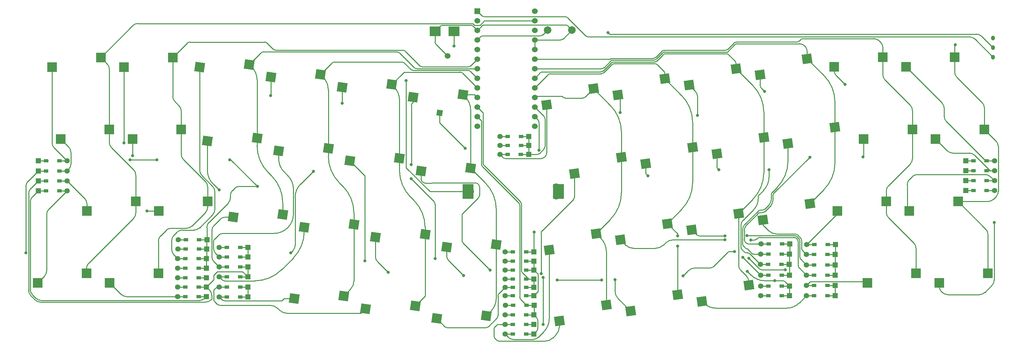
<source format=gbr>
G04 #@! TF.GenerationSoftware,KiCad,Pcbnew,7.0.1-0*
G04 #@! TF.CreationDate,2023-10-08T21:15:56+09:00*
G04 #@! TF.ProjectId,cool846ble,636f6f6c-3834-4366-926c-652e6b696361,rev?*
G04 #@! TF.SameCoordinates,Original*
G04 #@! TF.FileFunction,Copper,L2,Bot*
G04 #@! TF.FilePolarity,Positive*
%FSLAX46Y46*%
G04 Gerber Fmt 4.6, Leading zero omitted, Abs format (unit mm)*
G04 Created by KiCad (PCBNEW 7.0.1-0) date 2023-10-08 21:15:56*
%MOMM*%
%LPD*%
G01*
G04 APERTURE LIST*
G04 Aperture macros list*
%AMRotRect*
0 Rectangle, with rotation*
0 The origin of the aperture is its center*
0 $1 length*
0 $2 width*
0 $3 Rotation angle, in degrees counterclockwise*
0 Add horizontal line*
21,1,$1,$2,0,0,$3*%
G04 Aperture macros list end*
G04 #@! TA.AperFunction,ComponentPad*
%ADD10C,1.397000*%
G04 #@! TD*
G04 #@! TA.AperFunction,ComponentPad*
%ADD11R,1.397000X1.397000*%
G04 #@! TD*
G04 #@! TA.AperFunction,SMDPad,CuDef*
%ADD12R,1.300000X0.950000*%
G04 #@! TD*
G04 #@! TA.AperFunction,SMDPad,CuDef*
%ADD13RotRect,2.550000X2.500000X352.000000*%
G04 #@! TD*
G04 #@! TA.AperFunction,SMDPad,CuDef*
%ADD14RotRect,2.550000X2.500000X8.000000*%
G04 #@! TD*
G04 #@! TA.AperFunction,SMDPad,CuDef*
%ADD15R,2.550000X2.500000*%
G04 #@! TD*
G04 #@! TA.AperFunction,ComponentPad*
%ADD16C,1.524000*%
G04 #@! TD*
G04 #@! TA.AperFunction,ComponentPad*
%ADD17R,1.524000X1.524000*%
G04 #@! TD*
G04 #@! TA.AperFunction,ComponentPad*
%ADD18RotRect,1.524000X1.524000X82.000000*%
G04 #@! TD*
G04 #@! TA.AperFunction,ComponentPad*
%ADD19C,2.000000*%
G04 #@! TD*
G04 #@! TA.AperFunction,SMDPad,CuDef*
%ADD20R,3.000000X2.600000*%
G04 #@! TD*
G04 #@! TA.AperFunction,ComponentPad*
%ADD21O,1.000000X1.300000*%
G04 #@! TD*
G04 #@! TA.AperFunction,SMDPad,CuDef*
%ADD22R,3.000000X4.000000*%
G04 #@! TD*
G04 #@! TA.AperFunction,ComponentPad*
%ADD23C,1.800000*%
G04 #@! TD*
G04 #@! TA.AperFunction,ViaPad*
%ADD24C,0.800000*%
G04 #@! TD*
G04 #@! TA.AperFunction,Conductor*
%ADD25C,0.250000*%
G04 #@! TD*
G04 APERTURE END LIST*
D10*
X-348500000Y-87660000D03*
D11*
X-356120000Y-87660000D03*
D12*
X-354085000Y-87660000D03*
X-350535000Y-87660000D03*
D10*
X-348500000Y-90310000D03*
D11*
X-356120000Y-90310000D03*
D12*
X-354085000Y-90310000D03*
X-350535000Y-90310000D03*
D10*
X-348500000Y-92960000D03*
D11*
X-356120000Y-92960000D03*
D12*
X-354085000Y-92960000D03*
X-350535000Y-92960000D03*
X-104785000Y-84940000D03*
X-108335000Y-84940000D03*
D11*
X-110370000Y-84940000D03*
D10*
X-102750000Y-84940000D03*
D12*
X-104785000Y-87590000D03*
X-108335000Y-87590000D03*
D11*
X-110370000Y-87590000D03*
D10*
X-102750000Y-87590000D03*
D12*
X-104785000Y-90240000D03*
X-108335000Y-90240000D03*
D11*
X-110370000Y-90240000D03*
D10*
X-102750000Y-90240000D03*
X-348500000Y-85010000D03*
D11*
X-356120000Y-85010000D03*
D12*
X-354085000Y-85010000D03*
X-350535000Y-85010000D03*
D13*
X-260407814Y-84288631D03*
X-273562509Y-85004822D03*
X-241543208Y-86939878D03*
X-254697903Y-87656069D03*
X-243608112Y-67412460D03*
X-256762807Y-68128651D03*
D14*
X-171236670Y-60574932D03*
X-183684366Y-64889304D03*
D13*
X-281337325Y-62109965D03*
X-294492020Y-62826156D03*
X-279272421Y-81637383D03*
X-292427116Y-82353574D03*
D15*
X-320493475Y-57615733D03*
X-333420475Y-60155733D03*
D14*
X-152372063Y-57923684D03*
X-164819759Y-62238056D03*
D13*
X-300201932Y-59458717D03*
X-313356627Y-60174908D03*
D14*
X-208965883Y-65877427D03*
X-221413579Y-70191799D03*
X-190101276Y-63226180D03*
X-202548972Y-67540552D03*
D13*
X-262472719Y-64761212D03*
X-275627414Y-65477403D03*
D14*
X-201598484Y-84079222D03*
X-214046180Y-88393594D03*
X-182733877Y-81427974D03*
X-195181573Y-85742346D03*
X-163869270Y-78776727D03*
X-176316966Y-83091099D03*
X-145004664Y-76125479D03*
X-157452360Y-80439851D03*
D15*
X-124468975Y-76665734D03*
X-137395975Y-79205734D03*
D13*
X-291355972Y-99176366D03*
X-304510667Y-99892557D03*
X-272491365Y-101827614D03*
X-285646060Y-102543805D03*
X-253626759Y-104478861D03*
X-266781454Y-105195052D03*
X-234762152Y-107130109D03*
X-247916847Y-107846300D03*
D15*
X-132315000Y-57580000D03*
X-145242000Y-60120000D03*
X-318245000Y-76650000D03*
X-331172000Y-79190000D03*
D13*
X-275158012Y-120754323D03*
X-288312707Y-121470514D03*
D15*
X-131415000Y-95750000D03*
X-144342000Y-98290000D03*
X-311245000Y-95730000D03*
X-324172000Y-98270000D03*
D13*
X-256246888Y-123418321D03*
X-269401583Y-124134512D03*
D14*
X-205600451Y-123119239D03*
X-218048147Y-127433611D03*
D11*
X-157053475Y-109723734D03*
D12*
X-159088475Y-109723734D03*
X-162638475Y-109723734D03*
D10*
X-164673475Y-109723734D03*
D11*
X-224823475Y-120673734D03*
D12*
X-226858475Y-120673734D03*
X-230408475Y-120673734D03*
D10*
X-232443475Y-120673734D03*
D14*
X-151633926Y-96302973D03*
X-164081622Y-100617345D03*
D11*
X-224823475Y-128331234D03*
D12*
X-226858475Y-128331234D03*
X-230408475Y-128331234D03*
D10*
X-232443475Y-128331234D03*
D11*
X-224770000Y-113900000D03*
D12*
X-226805000Y-113900000D03*
X-230355000Y-113900000D03*
D10*
X-232390000Y-113900000D03*
D11*
X-311543475Y-120933734D03*
D12*
X-313578475Y-120933734D03*
X-317128475Y-120933734D03*
D10*
X-319163475Y-120933734D03*
D14*
X-170523926Y-98942973D03*
X-182971622Y-103257345D03*
D11*
X-311543475Y-115925734D03*
D12*
X-313578475Y-115925734D03*
X-317128475Y-115925734D03*
D10*
X-319163475Y-115925734D03*
D16*
X-224560000Y-47890000D03*
X-224560000Y-50430000D03*
X-224560000Y-52970000D03*
X-224560000Y-55510000D03*
X-224560000Y-58050000D03*
X-224560000Y-60590000D03*
X-224560000Y-63130000D03*
X-224560000Y-65670000D03*
X-224560000Y-68210000D03*
X-224560000Y-70750000D03*
X-224560000Y-73290000D03*
X-224560000Y-75830000D03*
X-239780000Y-75830000D03*
X-239780000Y-73290000D03*
X-239780000Y-70750000D03*
X-239780000Y-68210000D03*
X-239780000Y-65670000D03*
X-239780000Y-63130000D03*
X-239780000Y-60590000D03*
X-239780000Y-58050000D03*
X-239780000Y-55510000D03*
X-239780000Y-52970000D03*
X-239780000Y-50430000D03*
X-239780000Y-47890000D03*
D17*
X-239780000Y-45350000D03*
D16*
X-224560000Y-45350000D03*
D11*
X-224723475Y-123213734D03*
D12*
X-226758475Y-123213734D03*
X-230308475Y-123213734D03*
D10*
X-232343475Y-123213734D03*
D11*
X-144938475Y-109793734D03*
D12*
X-146973475Y-109793734D03*
X-150523475Y-109793734D03*
D10*
X-152558475Y-109793734D03*
D11*
X-144933475Y-112543734D03*
D12*
X-146968475Y-112543734D03*
X-150518475Y-112543734D03*
D10*
X-152553475Y-112543734D03*
D11*
X-300583475Y-121033734D03*
D12*
X-302618475Y-121033734D03*
X-306168475Y-121033734D03*
D10*
X-308203475Y-121033734D03*
D14*
X-189413926Y-101612973D03*
X-201861622Y-105927345D03*
D11*
X-224780000Y-109090000D03*
D12*
X-226815000Y-109090000D03*
X-230365000Y-109090000D03*
D10*
X-232400000Y-109090000D03*
D11*
X-157083475Y-118153734D03*
D12*
X-159118475Y-118153734D03*
X-162668475Y-118153734D03*
D10*
X-164703475Y-118153734D03*
D11*
X-300578475Y-107953734D03*
D12*
X-302613475Y-107953734D03*
X-306163475Y-107953734D03*
D10*
X-308198475Y-107953734D03*
D11*
X-144933475Y-120733734D03*
D12*
X-146968475Y-120733734D03*
X-150518475Y-120733734D03*
D10*
X-152553475Y-120733734D03*
D13*
X-298150925Y-79005056D03*
X-311305620Y-79721247D03*
D11*
X-157083475Y-120733734D03*
D12*
X-159118475Y-120733734D03*
X-162668475Y-120733734D03*
D10*
X-164703475Y-120733734D03*
D15*
X-324303475Y-114765733D03*
X-337230475Y-117305733D03*
D11*
X-311513475Y-108383734D03*
D12*
X-313548475Y-108383734D03*
X-317098475Y-108383734D03*
D10*
X-319133475Y-108383734D03*
D11*
X-224763475Y-125823734D03*
D12*
X-226798475Y-125823734D03*
X-230348475Y-125823734D03*
D10*
X-232383475Y-125823734D03*
D11*
X-224775000Y-116320000D03*
D12*
X-226810000Y-116320000D03*
X-230360000Y-116320000D03*
D10*
X-232395000Y-116320000D03*
D11*
X-300583475Y-110457734D03*
D12*
X-302618475Y-110457734D03*
X-306168475Y-110457734D03*
D10*
X-308203475Y-110457734D03*
D11*
X-300583475Y-118389734D03*
D12*
X-302618475Y-118389734D03*
X-306168475Y-118389734D03*
D10*
X-308203475Y-118389734D03*
D11*
X-226133475Y-78569734D03*
D12*
X-228168475Y-78569734D03*
X-231718475Y-78569734D03*
D10*
X-233753475Y-78569734D03*
D11*
X-157008475Y-107023734D03*
D12*
X-159043475Y-107023734D03*
X-162593475Y-107023734D03*
D10*
X-164628475Y-107023734D03*
D11*
X-311543475Y-110917734D03*
D12*
X-313578475Y-110917734D03*
X-317128475Y-110917734D03*
D10*
X-319163475Y-110917734D03*
D11*
X-144858475Y-107133734D03*
D12*
X-146893475Y-107133734D03*
X-150443475Y-107133734D03*
D10*
X-152478475Y-107133734D03*
D14*
X-186711013Y-120476238D03*
X-199158709Y-124790610D03*
D11*
X-311543475Y-113421734D03*
D12*
X-313578475Y-113421734D03*
X-317128475Y-113421734D03*
D10*
X-319163475Y-113421734D03*
D11*
X-144933475Y-118003734D03*
D12*
X-146968475Y-118003734D03*
X-150518475Y-118003734D03*
D10*
X-152553475Y-118003734D03*
D15*
X-123516475Y-114765734D03*
X-136443475Y-117305734D03*
D11*
X-226123475Y-80941067D03*
D12*
X-228158475Y-80941067D03*
X-231708475Y-80941067D03*
D10*
X-233743475Y-80941067D03*
D11*
X-224780000Y-111570000D03*
D12*
X-226815000Y-111570000D03*
X-230365000Y-111570000D03*
D10*
X-232400000Y-111570000D03*
D11*
X-224823475Y-130883734D03*
D12*
X-226858475Y-130883734D03*
X-230408475Y-130883734D03*
D10*
X-232443475Y-130883734D03*
D11*
X-311453475Y-105903734D03*
D12*
X-313488475Y-105903734D03*
X-317038475Y-105903734D03*
D10*
X-319073475Y-105903734D03*
D11*
X-311543475Y-118429734D03*
D12*
X-313578475Y-118429734D03*
X-317128475Y-118429734D03*
D10*
X-319163475Y-118429734D03*
D11*
X-157088475Y-115283734D03*
D12*
X-159123475Y-115283734D03*
X-162673475Y-115283734D03*
D10*
X-164708475Y-115283734D03*
D14*
X-208274488Y-104259972D03*
X-220722184Y-108574344D03*
D11*
X-144933475Y-115273734D03*
D12*
X-146968475Y-115273734D03*
X-150518475Y-115273734D03*
D10*
X-152553475Y-115273734D03*
D11*
X-300583475Y-115745734D03*
D12*
X-302618475Y-115745734D03*
X-306168475Y-115745734D03*
D10*
X-308203475Y-115745734D03*
D11*
X-157158475Y-112393734D03*
D12*
X-159193475Y-112393734D03*
X-162743475Y-112393734D03*
D10*
X-164778475Y-112393734D03*
D13*
X-237388012Y-126034323D03*
X-250542707Y-126750514D03*
D14*
X-167851013Y-117906238D03*
X-180298709Y-122220610D03*
D11*
X-226193475Y-83312400D03*
D12*
X-228228475Y-83312400D03*
X-231778475Y-83312400D03*
D10*
X-233813475Y-83312400D03*
D11*
X-224760000Y-118460000D03*
D12*
X-226795000Y-118460000D03*
X-230345000Y-118460000D03*
D10*
X-232380000Y-118460000D03*
D11*
X-300583475Y-113101734D03*
D12*
X-302618475Y-113101734D03*
X-306168475Y-113101734D03*
D10*
X-308203475Y-113101734D03*
D18*
X-249740000Y-72300000D03*
D16*
X-247621786Y-57228120D03*
D19*
X-221190000Y-50320000D03*
X-214690000Y-50320000D03*
D20*
X-246000000Y-50720000D03*
X-251000000Y-50720000D03*
D21*
X-103130000Y-57500000D03*
X-103130000Y-55000000D03*
X-103130000Y-52500000D03*
D22*
X-218250000Y-93140000D03*
D23*
X-218900001Y-94410000D03*
X-218900001Y-91870000D03*
X-241600000Y-93140000D03*
D22*
X-242250000Y-93140000D03*
D15*
X-343222000Y-98270000D03*
X-330295000Y-95730000D03*
X-356280475Y-117305733D03*
X-343353475Y-114765733D03*
X-117393475Y-117305734D03*
X-104466475Y-114765734D03*
D12*
X-104785000Y-92890000D03*
X-108335000Y-92890000D03*
D11*
X-110370000Y-92890000D03*
D10*
X-102750000Y-92890000D03*
D15*
X-126192000Y-60120000D03*
X-113265000Y-57580000D03*
X-352470475Y-60155733D03*
X-339543475Y-57615733D03*
X-118345975Y-79205734D03*
X-105418975Y-76665734D03*
X-125292000Y-98290000D03*
X-112365000Y-95750000D03*
X-350222000Y-79190000D03*
X-337295000Y-76650000D03*
D24*
X-324670000Y-84740000D03*
X-160950000Y-116743734D03*
X-113140000Y-54240000D03*
X-305420000Y-84700000D03*
X-224740000Y-103820000D03*
X-168240000Y-114250000D03*
X-223459089Y-82160911D03*
X-185263475Y-115463734D03*
X-158203475Y-113803734D03*
X-167833475Y-110813734D03*
X-171663475Y-109003734D03*
X-222320000Y-115835500D03*
X-222313475Y-128331234D03*
X-186730000Y-107610000D03*
X-186730000Y-104850000D03*
X-205160000Y-51010000D03*
X-246000000Y-54550000D03*
X-242960000Y-81710000D03*
X-258680000Y-63750000D03*
X-294543475Y-67723734D03*
X-283260000Y-87783734D03*
X-289230000Y-109330000D03*
X-275603475Y-69693734D03*
X-257310000Y-86010000D03*
X-257310000Y-89740000D03*
X-251000000Y-110845500D03*
X-201953475Y-72203734D03*
X-181433475Y-72943734D03*
X-163683475Y-66573734D03*
X-269590000Y-111500000D03*
X-236370000Y-113920000D03*
X-222880000Y-114870000D03*
X-169423475Y-110503734D03*
X-194533475Y-88913734D03*
X-175773475Y-87373734D03*
X-162483475Y-87333734D03*
X-151623475Y-84003734D03*
X-137593475Y-83933734D03*
X-263383475Y-114553734D03*
X-243460000Y-115360000D03*
X-167320000Y-105990000D03*
X-174173475Y-105923734D03*
X-168313475Y-104813734D03*
X-174193475Y-104843734D03*
X-308198475Y-92719802D03*
X-142343475Y-64753734D03*
X-218630000Y-116560000D03*
X-203320000Y-116510000D03*
X-206840000Y-116540000D03*
X-298073475Y-91743734D03*
X-331810000Y-84690000D03*
X-327360000Y-98289512D03*
X-331150000Y-83580000D03*
X-102800000Y-101290000D03*
X-359420000Y-109340000D03*
X-333420475Y-80230000D03*
D25*
X-358109214Y-92299214D02*
G75*
G03*
X-358695000Y-93713427I1414214J-1414213D01*
G01*
X-358694999Y-119266573D02*
G75*
G03*
X-358109212Y-120680786I1999999J0D01*
G01*
X-356960853Y-121829147D02*
G75*
G03*
X-355546640Y-122414933I1414213J1414214D01*
G01*
X-357659214Y-94499214D02*
G75*
G03*
X-358245000Y-95913427I1414214J-1414213D01*
G01*
X-356782156Y-121371448D02*
G75*
G03*
X-355367943Y-121957234I1414213J1414214D01*
G01*
X-358244999Y-119080177D02*
G75*
G03*
X-357659212Y-120494390I1999999J0D01*
G01*
X-313395402Y-121957233D02*
G75*
G03*
X-311981189Y-121371446I0J1999999D01*
G01*
X-356120000Y-92960000D02*
X-357659214Y-94499214D01*
X-358245000Y-95913427D02*
X-358245000Y-119080177D01*
X-357659213Y-120494391D02*
X-356782156Y-121371448D01*
X-355367943Y-121957234D02*
X-313395402Y-121957234D01*
X-311981188Y-121371447D02*
X-311543475Y-120933734D01*
X-311806101Y-122414932D02*
G75*
G03*
X-310391889Y-121829146I0J1999999D01*
G01*
X-310170001Y-120631636D02*
G75*
G03*
X-310755787Y-119217424I-1999999J0D01*
G01*
X-356120000Y-90310000D02*
X-358109214Y-92299214D01*
X-358695000Y-93713427D02*
X-358695000Y-119266573D01*
X-358109213Y-120680787D02*
X-356960853Y-121829147D01*
X-355546640Y-122414933D02*
X-311806101Y-122414933D01*
X-310170000Y-121607259D02*
X-310170000Y-120631636D01*
X-310391888Y-121829147D02*
X-310170000Y-121607259D01*
X-310755786Y-119217423D02*
X-311543475Y-118429734D01*
X-228090001Y-96534214D02*
G75*
G03*
X-228382894Y-95827108I-999993J3D01*
G01*
X-254982893Y-59817107D02*
G75*
G03*
X-254275786Y-60110000I707106J707106D01*
G01*
X-258815987Y-55984013D02*
G75*
G03*
X-259523094Y-55691120I-707104J-707101D01*
G01*
X-291355973Y-96060823D02*
G75*
G03*
X-294284904Y-88989755I-10000006J-2D01*
G01*
X-298150924Y-80981598D02*
G75*
G03*
X-295221993Y-88052666I10000006J2D01*
G01*
X-298150925Y-63580792D02*
G75*
G03*
X-299615391Y-60045258I-4999998J1D01*
G01*
X-296470121Y-56141121D02*
G75*
G03*
X-297177227Y-56434014I-3J-999993D01*
G01*
X-260387107Y-56434013D02*
G75*
G03*
X-261094214Y-56141120I-707104J-707101D01*
G01*
X-256527875Y-60293245D02*
G75*
G03*
X-255820768Y-60586138I707104J707101D01*
G01*
X-241580969Y-61329031D02*
G75*
G03*
X-242288076Y-61036138I-707104J-707101D01*
G01*
X-273370045Y-118966356D02*
G75*
G03*
X-272491365Y-116845035I-2121325J2121323D01*
G01*
X-272491365Y-98791446D02*
G75*
G03*
X-275420297Y-91720378I-9999996J2D01*
G01*
X-279272421Y-66245937D02*
G75*
G03*
X-280736887Y-62710403I-4999998J1D01*
G01*
X-279272420Y-83726118D02*
G75*
G03*
X-276343489Y-90797186I10000006J2D01*
G01*
X-257436755Y-60743245D02*
G75*
G03*
X-256729648Y-61036138I707104J707101D01*
G01*
X-277648036Y-58834891D02*
G75*
G03*
X-278355142Y-59127784I-3J-999993D01*
G01*
X-259052217Y-59127783D02*
G75*
G03*
X-259759324Y-58834890I-707104J-707101D01*
G01*
X-243670969Y-61779031D02*
G75*
G03*
X-244378076Y-61486138I-707106J-707106D01*
G01*
X-260407814Y-68897185D02*
G75*
G03*
X-261872280Y-65361651I-4999998J1D01*
G01*
X-260407814Y-87507259D02*
G75*
G03*
X-257478882Y-94578327I9999996J-2D01*
G01*
X-253626759Y-102572586D02*
G75*
G03*
X-256555691Y-95501518I-9999996J2D01*
G01*
X-236226618Y-124872929D02*
G75*
G03*
X-234762152Y-121337395I-3535532J3535533D01*
G01*
X-234762152Y-97863070D02*
G75*
G03*
X-237691084Y-90792002I-9999996J2D01*
G01*
X-241543208Y-71548432D02*
G75*
G03*
X-243007674Y-68012898I-4999998J1D01*
G01*
X-201598484Y-77386962D02*
G75*
G03*
X-204527416Y-70315894I-9999996J2D01*
G01*
X-204527416Y-100512900D02*
G75*
G03*
X-201598484Y-93441832I-7071075J7071070D01*
G01*
X-217177206Y-68047107D02*
G75*
G03*
X-216470099Y-68340000I707106J707106D01*
G01*
X-211842670Y-68339999D02*
G75*
G03*
X-211135564Y-68047106I3J999993D01*
G01*
X-205600451Y-109005077D02*
G75*
G03*
X-207064917Y-105469543I-4999998J1D01*
G01*
X-185662809Y-97861856D02*
G75*
G03*
X-182733877Y-90790788I-7071064J7071066D01*
G01*
X-190101277Y-61869310D02*
G75*
G03*
X-190394170Y-61162204I-999993J3D01*
G01*
X-206955461Y-61923187D02*
G75*
G03*
X-206248355Y-61630294I3J999993D01*
G01*
X-203475786Y-59271942D02*
G75*
G03*
X-204182892Y-59564835I-1J-999998D01*
G01*
X-191991538Y-59564834D02*
G75*
G03*
X-192698645Y-59271941I-707106J-707106D01*
G01*
X-182733878Y-74735715D02*
G75*
G03*
X-185662809Y-67664647I-10000006J-2D01*
G01*
X-220398974Y-61923189D02*
G75*
G03*
X-221106080Y-62216082I-1J-999998D01*
G01*
X-171236671Y-59218062D02*
G75*
G03*
X-171529564Y-58510956I-999998J1D01*
G01*
X-163869271Y-72084468D02*
G75*
G03*
X-166798202Y-65013400I-10000006J-2D01*
G01*
X-166798202Y-95217249D02*
G75*
G03*
X-163869270Y-88146181I-7071075J7071070D01*
G01*
X-192894214Y-58821940D02*
G75*
G03*
X-192187108Y-58529047I3J999993D01*
G01*
X-222455786Y-61440001D02*
G75*
G03*
X-223162892Y-61732894I-3J-999993D01*
G01*
X-207108669Y-61439999D02*
G75*
G03*
X-206401563Y-61147106I3J999993D01*
G01*
X-170523925Y-112633814D02*
G75*
G03*
X-169938139Y-114048026I1999999J0D01*
G01*
X-189864538Y-56620694D02*
G75*
G03*
X-190571644Y-56913587I-3J-999993D01*
G01*
X-173126932Y-56913586D02*
G75*
G03*
X-173834039Y-56620693I-707104J-707101D01*
G01*
X-203662182Y-58821942D02*
G75*
G03*
X-204369288Y-59114835I-1J-999998D01*
G01*
X-167851014Y-116963581D02*
G75*
G03*
X-168436801Y-115549368I-1999999J0D01*
G01*
X-152372064Y-56026364D02*
G75*
G03*
X-152957850Y-54612152I-1999999J0D01*
G01*
X-147933596Y-92602643D02*
G75*
G03*
X-145004664Y-85531575I-7071064J7071066D01*
G01*
X-153014768Y-54555232D02*
G75*
G03*
X-154428982Y-53969445I-1414214J-1414213D01*
G01*
X-203776637Y-58300001D02*
G75*
G03*
X-204483743Y-58592894I-1J-999998D01*
G01*
X-190050934Y-56170694D02*
G75*
G03*
X-190758040Y-56463587I-1J-999998D01*
G01*
X-193008669Y-58299999D02*
G75*
G03*
X-192301563Y-58007106I1J999998D01*
G01*
X-170914538Y-53969446D02*
G75*
G03*
X-171621644Y-54262339I-3J-999993D01*
G01*
X-206895065Y-60589999D02*
G75*
G03*
X-206187959Y-60297106I1J999998D01*
G01*
X-145004664Y-69433219D02*
G75*
G03*
X-147933596Y-62362151I-9999996J2D01*
G01*
X-223167214Y-51882999D02*
G75*
G03*
X-222460108Y-51590106I1J999998D01*
G01*
X-238278786Y-51883001D02*
G75*
G03*
X-238985892Y-52175894I-1J-999998D01*
G01*
X-237930786Y-48995001D02*
G75*
G03*
X-238637892Y-49287894I-3J-999993D01*
G01*
X-215722107Y-49287893D02*
G75*
G03*
X-216429214Y-48995000I-707104J-707101D01*
G01*
X-250999999Y-53435692D02*
G75*
G03*
X-250707106Y-54142798I999998J-1D01*
G01*
X-217754214Y-52969999D02*
G75*
G03*
X-217047108Y-52677106I1J999998D01*
G01*
X-240822107Y-49387893D02*
G75*
G03*
X-241529214Y-49095000I-707104J-707101D01*
G01*
X-248960786Y-49095001D02*
G75*
G03*
X-249667892Y-49387894I-3J-999993D01*
G01*
X-286599009Y-91122743D02*
G75*
G03*
X-288063475Y-94658277I3535532J-3535533D01*
G01*
X-288649261Y-108749261D02*
G75*
G03*
X-288063475Y-107335048I-1414214J1414213D01*
G01*
X-251000001Y-96464214D02*
G75*
G03*
X-251292894Y-95757108I-999998J1D01*
G01*
X-256970582Y-69680841D02*
G75*
G03*
X-257263475Y-70387948I707101J-707104D01*
G01*
X-233048768Y-84077107D02*
G75*
G03*
X-232341661Y-84370000I707104J707101D01*
G01*
X-221706472Y-83676472D02*
G75*
G03*
X-221413579Y-82969365I-707101J707104D01*
G01*
X-222814214Y-84369999D02*
G75*
G03*
X-222107108Y-84077106I1J999998D01*
G01*
X-315995923Y-53532396D02*
G75*
G03*
X-316703029Y-53825289I-3J-999993D01*
G01*
X-295455832Y-53825288D02*
G75*
G03*
X-296162939Y-53532395I-707104J-707101D01*
G01*
X-235353474Y-131369520D02*
G75*
G03*
X-235060581Y-132076626I999998J-1D01*
G01*
X-234666368Y-132470841D02*
G75*
G03*
X-233959261Y-132763734I707106J707106D01*
G01*
X-221876375Y-132763734D02*
G75*
G03*
X-219755054Y-131885054I-2J3000005D01*
G01*
X-235060582Y-128920841D02*
G75*
G03*
X-235353475Y-129627948I707106J-707106D01*
G01*
X-218926826Y-131056826D02*
G75*
G03*
X-218048147Y-128935506I-2121319J2121319D01*
G01*
X-234056761Y-128331235D02*
G75*
G03*
X-234763867Y-128624128I-3J-999993D01*
G01*
X-234019259Y-120099259D02*
G75*
G03*
X-234312152Y-120806366I707101J-707104D01*
G01*
X-234605045Y-126665045D02*
G75*
G03*
X-234312152Y-125957938I-707101J707104D01*
G01*
X-248386114Y-128907107D02*
G75*
G03*
X-247679007Y-129200000I707104J707101D01*
G01*
X-237554214Y-129199999D02*
G75*
G03*
X-236847108Y-128907106I3J999993D01*
G01*
X-203320000Y-119386678D02*
G75*
G03*
X-202441320Y-121507999I3000005J2D01*
G01*
X-181433476Y-67968622D02*
G75*
G03*
X-182019263Y-66554409I-1999999J0D01*
G01*
X-164819758Y-65023236D02*
G75*
G03*
X-164526865Y-65730342I999993J-3D01*
G01*
X-309683474Y-108149307D02*
G75*
G03*
X-309097688Y-109563519I1999999J0D01*
G01*
X-307055048Y-104203735D02*
G75*
G03*
X-308469260Y-104789521I0J-1999999D01*
G01*
X-293614543Y-104203734D02*
G75*
G03*
X-290079009Y-102739268I1J4999998D01*
G01*
X-288513475Y-92474802D02*
G75*
G03*
X-289977941Y-88939268I-4999998J1D01*
G01*
X-292427116Y-84419025D02*
G75*
G03*
X-290962650Y-87954559I4999998J-1D01*
G01*
X-309390582Y-105710841D02*
G75*
G03*
X-309683475Y-106417948I707101J-707104D01*
G01*
X-289977941Y-102638200D02*
G75*
G03*
X-288513475Y-99102666I-3535532J3535533D01*
G01*
X-239492893Y-94793251D02*
G75*
G03*
X-239200000Y-94086144I-707106J707106D01*
G01*
X-239200001Y-91924214D02*
G75*
G03*
X-239492894Y-91217108I-999993J3D01*
G01*
X-254276368Y-90580841D02*
G75*
G03*
X-253569261Y-90873734I707104J707101D01*
G01*
X-243849701Y-106026084D02*
G75*
G03*
X-243556808Y-106733190I999993J-3D01*
G01*
X-254697902Y-89745092D02*
G75*
G03*
X-254405009Y-90452198I999993J-3D01*
G01*
X-243556809Y-98857166D02*
G75*
G03*
X-243849702Y-99564273I707106J-707106D01*
G01*
X-239602107Y-91107893D02*
G75*
G03*
X-240309214Y-90815000I-707104J-707101D01*
G01*
X-222587107Y-103476407D02*
G75*
G03*
X-222880000Y-104183514I707101J-707104D01*
G01*
X-214339073Y-95228373D02*
G75*
G03*
X-214046180Y-94521266I-707101J707104D01*
G01*
X-165066144Y-93930564D02*
G75*
G03*
X-165359037Y-94637671I707106J-707106D01*
G01*
X-176316965Y-86416029D02*
G75*
G03*
X-176024072Y-87123135I999998J-1D01*
G01*
X-167535582Y-109636627D02*
G75*
G03*
X-168242689Y-109343734I-707106J-707106D01*
G01*
X-166530610Y-97906224D02*
G75*
G03*
X-165359037Y-95077797I-2828426J2828427D01*
G01*
X-169106368Y-109050841D02*
G75*
G03*
X-168399261Y-109343734I707106J707106D01*
G01*
X-169938474Y-107804520D02*
G75*
G03*
X-169645581Y-108511626I999998J-1D01*
G01*
X-163947941Y-92812361D02*
G75*
G03*
X-162483475Y-89276827I-3535532J3535533D01*
G01*
X-169352688Y-100728302D02*
G75*
G03*
X-169938475Y-102142516I1414213J-1414214D01*
G01*
X-164683011Y-98039985D02*
G75*
G03*
X-165390117Y-98332878I-3J-999993D01*
G01*
X-168902689Y-101845450D02*
G75*
G03*
X-169488475Y-103259663I1414214J-1414213D01*
G01*
X-166958526Y-109577287D02*
G75*
G03*
X-166604972Y-109723734I353553J353550D01*
G01*
X-168669922Y-108137287D02*
G75*
G03*
X-168316368Y-108283734I353553J353550D01*
G01*
X-162464261Y-96628124D02*
G75*
G03*
X-161878475Y-95213911I-1414214J1414213D01*
G01*
X-169488474Y-106904520D02*
G75*
G03*
X-169195581Y-107611626I999998J-1D01*
G01*
X-164290335Y-98039983D02*
G75*
G03*
X-163583229Y-97747090I3J999993D01*
G01*
X-160381292Y-92085687D02*
G75*
G03*
X-157452360Y-85014619I-7071064J7071066D01*
G01*
X-161585582Y-93289977D02*
G75*
G03*
X-161878475Y-93997084I707101J-707104D01*
G01*
X-162014261Y-96814520D02*
G75*
G03*
X-161428475Y-95400307I-1414214J1414213D01*
G01*
X-164709813Y-98703183D02*
G75*
G03*
X-165416919Y-98996076I-1J-999998D01*
G01*
X-168541673Y-106730841D02*
G75*
G03*
X-167834566Y-107023734I707106J707106D01*
G01*
X-164317137Y-98703181D02*
G75*
G03*
X-163610031Y-98410288I1J999998D01*
G01*
X-168452689Y-102031845D02*
G75*
G03*
X-169038475Y-103446058I1414214J-1414213D01*
G01*
X-169038474Y-105819825D02*
G75*
G03*
X-168745581Y-106526931I999998J-1D01*
G01*
X-161135582Y-93476373D02*
G75*
G03*
X-161428475Y-94183480I707101J-707104D01*
G01*
X-306533871Y-99892558D02*
G75*
G03*
X-307948083Y-100478344I0J-1999999D01*
G01*
X-309547688Y-102077947D02*
G75*
G03*
X-310133475Y-103492161I1414213J-1414214D01*
G01*
X-310133474Y-110343307D02*
G75*
G03*
X-309547688Y-111757519I1999999J0D01*
G01*
X-288574992Y-110755251D02*
G75*
G03*
X-285646060Y-103684183I-7071064J7071066D01*
G01*
X-298731111Y-116769234D02*
G75*
G03*
X-291660043Y-113840302I2J9999996D01*
G01*
X-307472868Y-116476341D02*
G75*
G03*
X-306765761Y-116769234I707104J707101D01*
G01*
X-266781453Y-110327328D02*
G75*
G03*
X-266195667Y-111741540I1999999J0D01*
G01*
X-247916846Y-110074726D02*
G75*
G03*
X-247331059Y-111488939I1999999J0D01*
G01*
X-222186650Y-130293909D02*
G75*
G03*
X-220722184Y-126758375I-3535532J3535533D01*
G01*
X-231599262Y-131727947D02*
G75*
G03*
X-230185048Y-132313734I1414214J1414213D01*
G01*
X-225034902Y-132313733D02*
G75*
G03*
X-223620690Y-131727947I0J1999999D01*
G01*
X-187860834Y-105923735D02*
G75*
G03*
X-189982154Y-106802415I-3J-2999993D01*
G01*
X-200503913Y-107285054D02*
G75*
G03*
X-198382592Y-108163734I2121323J2121325D01*
G01*
X-154763474Y-112649520D02*
G75*
G03*
X-154470581Y-113356626I999998J-1D01*
G01*
X-154763476Y-106420740D02*
G75*
G03*
X-155056369Y-105713634I-999998J1D01*
G01*
X-155213374Y-105556627D02*
G75*
G03*
X-155920481Y-105263734I-707106J-707106D01*
G01*
X-192586116Y-108163734D02*
G75*
G03*
X-190464796Y-107285055I1J2999998D01*
G01*
X-164875786Y-105263735D02*
G75*
G03*
X-165582892Y-105556628I-3J-999993D01*
G01*
X-166430480Y-105989999D02*
G75*
G03*
X-165723374Y-105697106I1J999998D01*
G01*
X-154313474Y-110369520D02*
G75*
G03*
X-154020581Y-111076626I999998J-1D01*
G01*
X-181678126Y-104550841D02*
G75*
G03*
X-180971019Y-104843734I707104J707101D01*
G01*
X-154313476Y-106234344D02*
G75*
G03*
X-154606369Y-105527238I-999993J3D01*
G01*
X-155026978Y-105106627D02*
G75*
G03*
X-155734085Y-104813734I-707104J-707101D01*
G01*
X-154840582Y-104656627D02*
G75*
G03*
X-155547689Y-104363734I-707106J-707106D01*
G01*
X-153863476Y-106047948D02*
G75*
G03*
X-154156369Y-105340842I-999998J1D01*
G01*
X-153863474Y-108074520D02*
G75*
G03*
X-153570581Y-108781626I999998J-1D01*
G01*
X-162592154Y-103485055D02*
G75*
G03*
X-160470834Y-104363734I2121319J2121319D01*
G01*
X-311305620Y-87541589D02*
G75*
G03*
X-309841154Y-91077123I4999998J-1D01*
G01*
X-179957436Y-122561883D02*
G75*
G03*
X-176421902Y-124026349I3535533J3535532D01*
G01*
X-157917158Y-124026349D02*
G75*
G03*
X-154381624Y-122561883I1J4999998D01*
G01*
X-145241999Y-61026782D02*
G75*
G03*
X-144656212Y-62440995I1999999J0D01*
G01*
X-307472868Y-121764341D02*
G75*
G03*
X-306765761Y-122057234I707106J707106D01*
G01*
X-309653474Y-121569520D02*
G75*
G03*
X-309360581Y-122276626I999993J-3D01*
G01*
X-292252413Y-124501321D02*
G75*
G03*
X-290131093Y-125380000I2121319J2121319D01*
G01*
X-309360582Y-118920841D02*
G75*
G03*
X-309653475Y-119627948I707106J-707106D01*
G01*
X-292621320Y-124132414D02*
G75*
G03*
X-294742641Y-123253734I-2121323J-2121325D01*
G01*
X-308676368Y-122960841D02*
G75*
G03*
X-307969261Y-123253734I707106J707106D01*
G01*
X-293882893Y-55398227D02*
G75*
G03*
X-293175786Y-55691120I707104J707101D01*
G01*
X-242254214Y-60109999D02*
G75*
G03*
X-241547108Y-59817106I1J999998D01*
G01*
X-320493474Y-67898098D02*
G75*
G03*
X-319907687Y-69312311I1999999J0D01*
G01*
X-311245001Y-91873427D02*
G75*
G03*
X-311830787Y-90459215I-1999999J0D01*
G01*
X-318244999Y-83216573D02*
G75*
G03*
X-317659212Y-84630786I1999999J0D01*
G01*
X-318245001Y-71803427D02*
G75*
G03*
X-318830787Y-70389215I-1999999J0D01*
G01*
X-228089999Y-113975786D02*
G75*
G03*
X-227797106Y-114682892I999998J-1D01*
G01*
X-238242999Y-85552786D02*
G75*
G03*
X-237950106Y-86259892I999993J-3D01*
G01*
X-223440001Y-74824214D02*
G75*
G03*
X-223732894Y-74117108I-999993J3D01*
G01*
X-223799976Y-127201448D02*
G75*
G03*
X-224092869Y-126494342I-999998J1D01*
G01*
X-228539999Y-121017995D02*
G75*
G03*
X-228247106Y-121725101I999993J-3D01*
G01*
X-224092868Y-130153127D02*
G75*
G03*
X-223799975Y-129446020I-707106J707106D01*
G01*
X-238692999Y-85762786D02*
G75*
G03*
X-238400106Y-86469892I999993J-3D01*
G01*
X-172779261Y-109003735D02*
G75*
G03*
X-173486367Y-109296628I-1J-999998D01*
G01*
X-228540001Y-96744214D02*
G75*
G03*
X-228832894Y-96037108I-999993J3D01*
G01*
X-177937689Y-113333733D02*
G75*
G03*
X-177230583Y-113040840I1J999998D01*
G01*
X-181890834Y-113333734D02*
G75*
G03*
X-184012154Y-114212413I-1J-2999998D01*
G01*
X-165136368Y-113510841D02*
G75*
G03*
X-164429261Y-113803734I707106J707106D01*
G01*
X-310867688Y-101229580D02*
G75*
G03*
X-311453475Y-102643794I1414213J-1414214D01*
G01*
X-302755307Y-91743735D02*
G75*
G03*
X-304169519Y-92329521I0J-1999999D01*
G01*
X-304654213Y-92814213D02*
G75*
G03*
X-305240000Y-94228427I1414213J-1414214D01*
G01*
X-305825786Y-96215786D02*
G75*
G03*
X-305240000Y-94801573I-1414214J1414213D01*
G01*
X-222156472Y-81882893D02*
G75*
G03*
X-221863579Y-81175786I-707101J707104D01*
G01*
X-167190732Y-115279268D02*
G75*
G03*
X-163655198Y-116743734I3535533J3535532D01*
G01*
X-224000193Y-83312399D02*
G75*
G03*
X-223293087Y-83019506I1J999998D01*
G01*
X-221863580Y-73860635D02*
G75*
G03*
X-222156473Y-73153529I-999993J3D01*
G01*
X-158200582Y-117036627D02*
G75*
G03*
X-158907689Y-116743734I-707104J-707101D01*
G01*
X-311830787Y-98670787D02*
G75*
G03*
X-311245000Y-97256573I-1414213J1414214D01*
G01*
X-316818427Y-102829999D02*
G75*
G03*
X-315404215Y-102244213I0J1999999D01*
G01*
X-116049999Y-73180750D02*
G75*
G03*
X-115464213Y-74594962I1999999J0D01*
G01*
X-116050001Y-71090427D02*
G75*
G03*
X-116635788Y-69676214I-1999999J0D01*
G01*
X-342767688Y-112102642D02*
G75*
G03*
X-343353475Y-113516856I1414213J-1414214D01*
G01*
X-330880786Y-100215740D02*
G75*
G03*
X-330295000Y-98801527I-1414214J1414213D01*
G01*
X-334188261Y-120347947D02*
G75*
G03*
X-332774047Y-120933734I1414214J1414213D01*
G01*
X-320769999Y-108482782D02*
G75*
G03*
X-320184213Y-109896994I1999999J0D01*
G01*
X-309935786Y-99285786D02*
G75*
G03*
X-309350000Y-97871573I-1414214J1414213D01*
G01*
X-314788427Y-103309999D02*
G75*
G03*
X-313374214Y-102724212I0J1999999D01*
G01*
X-320184213Y-104694213D02*
G75*
G03*
X-320770000Y-106108427I1414213J-1414214D01*
G01*
X-313356626Y-87468550D02*
G75*
G03*
X-312770840Y-88882762I1999999J0D01*
G01*
X-115207495Y-82344214D02*
G75*
G03*
X-113793282Y-82930000I1414213J1414214D01*
G01*
X-317971573Y-103310001D02*
G75*
G03*
X-319385785Y-103895787I0J-1999999D01*
G01*
X-309350001Y-93132031D02*
G75*
G03*
X-309935788Y-91717818I-1999999J0D01*
G01*
X-107984213Y-83515787D02*
G75*
G03*
X-109398427Y-82930000I-1414214J-1414213D01*
G01*
X-343222001Y-96416427D02*
G75*
G03*
X-343807787Y-95002215I-1999999J0D01*
G01*
X-337295001Y-60692635D02*
G75*
G03*
X-337880788Y-59278422I-1999999J0D01*
G01*
X-337294999Y-80096573D02*
G75*
G03*
X-336709212Y-81510786I1999999J0D01*
G01*
X-354505786Y-115531044D02*
G75*
G03*
X-353920000Y-114116831I-1414214J1414213D01*
G01*
X-330295001Y-88753427D02*
G75*
G03*
X-330880787Y-87339215I-1999999J0D01*
G01*
X-353334213Y-97794213D02*
G75*
G03*
X-353920000Y-99208427I1414213J-1414214D01*
G01*
X-347476501Y-82763927D02*
G75*
G03*
X-348062288Y-81349714I-1999999J0D01*
G01*
X-352470474Y-80211098D02*
G75*
G03*
X-351884688Y-81625310I1999999J0D01*
G01*
X-348062286Y-87222286D02*
G75*
G03*
X-347476500Y-85808073I-1414214J1414213D01*
G01*
X-238619893Y-46510107D02*
G75*
G03*
X-237912786Y-46803000I707104J707101D01*
G01*
X-211047893Y-51872107D02*
G75*
G03*
X-210340786Y-52165000I707106J707106D01*
G01*
X-106124213Y-52005787D02*
G75*
G03*
X-107538427Y-51420000I-1414214J-1414213D01*
G01*
X-215824107Y-47095893D02*
G75*
G03*
X-216531214Y-46803000I-707104J-707101D01*
G01*
X-107879213Y-52750787D02*
G75*
G03*
X-109293427Y-52165000I-1414214J-1414213D01*
G01*
X-323717689Y-104847689D02*
G75*
G03*
X-324303475Y-106261902I1414214J-1414213D01*
G01*
X-320871573Y-102830001D02*
G75*
G03*
X-322285786Y-103415788I0J-1999999D01*
G01*
X-153422955Y-52615001D02*
G75*
G03*
X-154130061Y-52907894I-3J-999993D01*
G01*
X-193195065Y-57849999D02*
G75*
G03*
X-192487959Y-57557106I1J999998D01*
G01*
X-171100934Y-53519446D02*
G75*
G03*
X-171808040Y-53812339I-3J-999993D01*
G01*
X-329709315Y-48610001D02*
G75*
G03*
X-331123528Y-49195788I0J-1999999D01*
G01*
X-174130610Y-55720692D02*
G75*
G03*
X-173423504Y-55427799I1J999998D01*
G01*
X-155155828Y-53519444D02*
G75*
G03*
X-154448722Y-53226551I3J999993D01*
G01*
X-190237330Y-55720694D02*
G75*
G03*
X-190944436Y-56013587I-1J-999998D01*
G01*
X-123516476Y-108168427D02*
G75*
G03*
X-124102262Y-106754215I-1999999J0D01*
G01*
X-133289214Y-53200786D02*
G75*
G03*
X-134703427Y-52615000I-1414213J-1414214D01*
G01*
X-124468976Y-71668427D02*
G75*
G03*
X-125054762Y-70254215I-1999999J0D01*
G01*
X-131414999Y-98613048D02*
G75*
G03*
X-130829212Y-100027261I1999999J0D01*
G01*
X-130829214Y-91589214D02*
G75*
G03*
X-131415000Y-93003427I1414214J-1414213D01*
G01*
X-132315001Y-55003427D02*
G75*
G03*
X-132900788Y-53589214I-1999999J0D01*
G01*
X-117393474Y-118178098D02*
G75*
G03*
X-116807688Y-119592310I1999999J0D01*
G01*
X-106688427Y-120419999D02*
G75*
G03*
X-105274215Y-119834213I0J1999999D01*
G01*
X-125054762Y-85814762D02*
G75*
G03*
X-124468975Y-84400548I-1414213J1414214D01*
G01*
X-132314999Y-62165548D02*
G75*
G03*
X-131729212Y-63579761I1999999J0D01*
G01*
X-116565787Y-119834213D02*
G75*
G03*
X-115151573Y-120420000I1414214J1414213D01*
G01*
X-103385787Y-117945787D02*
G75*
G03*
X-102800000Y-116531573I-1414213J1414214D01*
G01*
X-101726501Y-81186636D02*
G75*
G03*
X-102312288Y-79772423I-1999999J0D01*
G01*
X-104466476Y-104476952D02*
G75*
G03*
X-105052263Y-103062739I-1999999J0D01*
G01*
X-102312286Y-94492286D02*
G75*
G03*
X-101726500Y-93078073I-1414214J1414213D01*
G01*
X-113264999Y-61446573D02*
G75*
G03*
X-112679212Y-62860786I1999999J0D01*
G01*
X-104398427Y-95749999D02*
G75*
G03*
X-102984214Y-95164212I0J1999999D01*
G01*
X-105418976Y-70949452D02*
G75*
G03*
X-106004762Y-69535240I-1999999J0D01*
G01*
X-103790714Y-89199286D02*
G75*
G03*
X-105204927Y-88613500I-1414213J-1414214D01*
G01*
X-125269214Y-89919214D02*
G75*
G03*
X-125855000Y-91333427I1414214J-1414213D01*
G01*
X-123135073Y-88613501D02*
G75*
G03*
X-124549286Y-89199288I0J-1999999D01*
G01*
X-358834214Y-90374214D02*
G75*
G03*
X-359420000Y-91788427I1414214J-1414213D01*
G01*
X-116635787Y-69676213D02*
X-126192000Y-60120000D01*
X-102750000Y-84940000D02*
X-105119177Y-84940000D01*
X-116050000Y-73180750D02*
X-116050000Y-71090427D01*
X-105119177Y-84940000D02*
X-115464214Y-74594963D01*
X-356120000Y-85010000D02*
X-353520000Y-85010000D01*
X-105204927Y-88613500D02*
X-123135073Y-88613500D01*
X-124549287Y-89199287D02*
X-125269214Y-89919214D01*
X-125855000Y-91333427D02*
X-125855000Y-97727000D01*
X-359420000Y-91788427D02*
X-359420000Y-109340000D01*
X-102750000Y-90240000D02*
X-103790714Y-89199286D01*
X-356120000Y-87660000D02*
X-358834214Y-90374214D01*
X-125855000Y-97727000D02*
X-125292000Y-98290000D01*
X-124468975Y-76665734D02*
X-124468975Y-84400548D01*
X-130829213Y-100027262D02*
X-124102261Y-106754214D01*
X-123516475Y-108168427D02*
X-123516475Y-114765734D01*
X-131415000Y-93003427D02*
X-131415000Y-95750000D01*
X-131415000Y-95750000D02*
X-131415000Y-98613048D01*
X-125054762Y-85814762D02*
X-130829214Y-91589214D01*
X-113793282Y-82930000D02*
X-109398427Y-82930000D01*
X-118345975Y-79205734D02*
X-115207495Y-82344214D01*
X-103910000Y-87590000D02*
X-102750000Y-87590000D01*
X-107984213Y-83515787D02*
X-103910000Y-87590000D01*
X-105418975Y-70949452D02*
X-105418975Y-76665734D01*
X-112679213Y-62860787D02*
X-106004761Y-69535239D01*
X-104785000Y-87590000D02*
X-102750000Y-87590000D01*
X-113265000Y-57580000D02*
X-113265000Y-61446573D01*
X-205160000Y-51010000D02*
X-204750000Y-51420000D01*
X-106124213Y-52005787D02*
X-103130000Y-55000000D01*
X-204750000Y-51420000D02*
X-107538427Y-51420000D01*
X-110370000Y-87590000D02*
X-108335000Y-87590000D01*
X-192586116Y-108163734D02*
X-198382592Y-108163734D01*
X-200503913Y-107285054D02*
X-201861622Y-105927345D01*
X-158503475Y-105263734D02*
X-164875786Y-105263734D01*
X-155056368Y-105713633D02*
X-155213374Y-105556627D01*
X-167320000Y-105990000D02*
X-166430480Y-105990000D01*
X-154763475Y-112649520D02*
X-154763475Y-106420740D01*
X-155920481Y-105263734D02*
X-158503475Y-105263734D01*
X-181678126Y-104550841D02*
X-182971622Y-103257345D01*
X-152553475Y-112543734D02*
X-154020582Y-111076627D01*
X-174193475Y-104843734D02*
X-180971019Y-104843734D01*
X-152553475Y-112543734D02*
X-150518475Y-112543734D01*
X-154313475Y-110369520D02*
X-154313475Y-106234344D01*
X-154606368Y-105527237D02*
X-155026978Y-105106627D01*
X-155734085Y-104813734D02*
X-168313475Y-104813734D01*
X-164081622Y-101995587D02*
X-162592154Y-103485055D01*
X-154840582Y-104656627D02*
X-154156368Y-105340841D01*
X-160470834Y-104363734D02*
X-155547689Y-104363734D01*
X-164081622Y-100617345D02*
X-164081622Y-101995587D01*
X-153570582Y-108781627D02*
X-152558475Y-109793734D01*
X-153863475Y-106047948D02*
X-153863475Y-108074520D01*
X-150523475Y-109793734D02*
X-152558475Y-109793734D01*
X-317128475Y-120933734D02*
X-319163475Y-120933734D01*
X-319163475Y-120933734D02*
X-332774047Y-120933734D01*
X-334188261Y-120347947D02*
X-337230475Y-117305733D01*
X-152553475Y-118003734D02*
X-150518475Y-118003734D01*
X-136768975Y-116980234D02*
X-136443475Y-117305734D01*
X-151529975Y-116980234D02*
X-136768975Y-116980234D01*
X-152553475Y-118003734D02*
X-151529975Y-116980234D01*
X-309841154Y-91077123D02*
X-308198475Y-92719802D01*
X-308198475Y-107953734D02*
X-306163475Y-107953734D01*
X-311305620Y-79721247D02*
X-311305620Y-87541589D01*
X-152553475Y-120733734D02*
X-150518475Y-120733734D01*
X-180298709Y-122220610D02*
X-179957436Y-122561883D01*
X-154381624Y-122561883D02*
X-152553475Y-120733734D01*
X-176421902Y-124026349D02*
X-157917158Y-124026349D01*
X-162668475Y-118153734D02*
X-164703475Y-118153734D01*
X-144656213Y-62440996D02*
X-142343475Y-64753734D01*
X-145242000Y-60120000D02*
X-145242000Y-61026782D01*
X-319163475Y-115925734D02*
X-317128475Y-115925734D01*
X-290993280Y-121470514D02*
X-291580000Y-122057234D01*
X-308203475Y-121033734D02*
X-307472868Y-121764341D01*
X-308203475Y-121033734D02*
X-306168475Y-121033734D01*
X-288312707Y-121470514D02*
X-290993280Y-121470514D01*
X-306765761Y-122057234D02*
X-291580000Y-122057234D01*
X-144342000Y-98997259D02*
X-152478475Y-107133734D01*
X-144342000Y-98290000D02*
X-144342000Y-98997259D01*
X-152478475Y-107133734D02*
X-150443475Y-107133734D01*
X-319163475Y-118429734D02*
X-317128475Y-118429734D01*
X-308829475Y-118389734D02*
X-309360582Y-118920841D01*
X-292621320Y-124132414D02*
X-292252413Y-124501321D01*
X-306168475Y-118389734D02*
X-308203475Y-118389734D01*
X-309653475Y-119627948D02*
X-309653475Y-121569520D01*
X-270647071Y-125380000D02*
X-269401583Y-124134512D01*
X-307969261Y-123253734D02*
X-294742641Y-123253734D01*
X-290131093Y-125380000D02*
X-270647071Y-125380000D01*
X-309360582Y-122276627D02*
X-308676368Y-122960841D01*
X-308203475Y-118389734D02*
X-308829475Y-118389734D01*
X-233959261Y-132763734D02*
X-221876375Y-132763734D01*
X-234763868Y-128624127D02*
X-235060582Y-128920841D01*
X-235353475Y-129627948D02*
X-235353475Y-131369520D01*
X-230408475Y-128331234D02*
X-232443475Y-128331234D01*
X-219755054Y-131885054D02*
X-218926826Y-131056826D01*
X-235060582Y-132076627D02*
X-234666368Y-132470841D01*
X-218048147Y-128935506D02*
X-218048147Y-127433611D01*
X-232443475Y-128331234D02*
X-234056761Y-128331234D01*
X-234312152Y-120806366D02*
X-234312152Y-125957938D01*
X-248386114Y-128907107D02*
X-250542707Y-126750514D01*
X-232380000Y-118460000D02*
X-230345000Y-118460000D01*
X-237554214Y-129200000D02*
X-247679007Y-129200000D01*
X-232380000Y-118460000D02*
X-234019259Y-120099259D01*
X-234605045Y-126665045D02*
X-236847107Y-128907107D01*
X-218630000Y-116560000D02*
X-206860000Y-116560000D01*
X-202441320Y-121507999D02*
X-199158709Y-124790610D01*
X-203320000Y-116510000D02*
X-203320000Y-119386678D01*
X-232395000Y-116320000D02*
X-230360000Y-116320000D01*
X-206860000Y-116560000D02*
X-206840000Y-116540000D01*
X-333420475Y-60155733D02*
X-333420475Y-80230000D01*
X-258646256Y-63783744D02*
X-258680000Y-63750000D01*
X-239780000Y-50430000D02*
X-238637893Y-49287893D01*
X-239780000Y-50430000D02*
X-240822107Y-49387893D01*
X-224560000Y-52970000D02*
X-217754214Y-52970000D01*
X-250707107Y-54142799D02*
X-247621786Y-57228120D01*
X-215722107Y-49287893D02*
X-214690000Y-50320000D01*
X-241529214Y-49095000D02*
X-248960786Y-49095000D01*
X-258646256Y-86847349D02*
X-258646256Y-63783744D01*
X-252353605Y-93140000D02*
X-258646256Y-86847349D01*
X-249667893Y-49387893D02*
X-251000000Y-50720000D01*
X-224560000Y-55510000D02*
X-224560000Y-52970000D01*
X-237930786Y-48995000D02*
X-216429214Y-48995000D01*
X-241600000Y-93140000D02*
X-252353605Y-93140000D01*
X-217047107Y-52677107D02*
X-214690000Y-50320000D01*
X-251000000Y-50720000D02*
X-251000000Y-53435692D01*
X-319163475Y-113421734D02*
X-317128475Y-113421734D01*
X-319163475Y-110917734D02*
X-317128475Y-110917734D01*
X-294492020Y-67672279D02*
X-294492020Y-62826156D01*
X-294543475Y-67723734D02*
X-294492020Y-67672279D01*
X-319073475Y-105903734D02*
X-317038475Y-105903734D01*
X-289230000Y-109330000D02*
X-288649261Y-108749261D01*
X-288063475Y-107335048D02*
X-288063475Y-94658277D01*
X-275603475Y-69693734D02*
X-275627414Y-69669795D01*
X-286599009Y-91122743D02*
X-283260000Y-87783734D01*
X-319133475Y-108383734D02*
X-317098475Y-108383734D01*
X-275627414Y-69669795D02*
X-275627414Y-65477403D01*
X-257263475Y-72930000D02*
X-257263475Y-70387948D01*
X-257263475Y-72930000D02*
X-257263475Y-85963475D01*
X-256762807Y-69473066D02*
X-256762807Y-68128651D01*
X-251000000Y-96464214D02*
X-251000000Y-110845500D01*
X-232400000Y-109090000D02*
X-230365000Y-109090000D01*
X-257263475Y-85963475D02*
X-257310000Y-86010000D01*
X-257310000Y-89740000D02*
X-251292893Y-95757107D01*
X-256970582Y-69680841D02*
X-256762807Y-69473066D01*
X-233813475Y-83312400D02*
X-231778475Y-83312400D01*
X-232341661Y-84370000D02*
X-222814214Y-84370000D01*
X-233813475Y-83312400D02*
X-233048768Y-84077107D01*
X-221413579Y-82969365D02*
X-221413579Y-70191799D01*
X-222107107Y-84077107D02*
X-221706472Y-83676472D01*
X-201953475Y-72203734D02*
X-201953475Y-68136049D01*
X-201953475Y-68136049D02*
X-202548972Y-67540552D01*
X-231708475Y-80941067D02*
X-233743475Y-80941067D01*
X-181433475Y-72943734D02*
X-181433475Y-67968622D01*
X-182019262Y-66554408D02*
X-183684366Y-64889304D01*
X-233753475Y-78569734D02*
X-231718475Y-78569734D01*
X-164703475Y-120733734D02*
X-162668475Y-120733734D01*
X-164819759Y-65023236D02*
X-164819759Y-62238056D01*
X-163683475Y-66573734D02*
X-164526866Y-65730343D01*
X-306168475Y-110457734D02*
X-308203475Y-110457734D01*
X-309390582Y-105710841D02*
X-308469261Y-104789520D01*
X-288513475Y-99102666D02*
X-288513475Y-92474802D01*
X-292427116Y-84419025D02*
X-292427116Y-82353574D01*
X-308203475Y-110457734D02*
X-309097689Y-109563520D01*
X-290079009Y-102739268D02*
X-289977941Y-102638200D01*
X-309683475Y-108149307D02*
X-309683475Y-106417948D01*
X-289977941Y-88939268D02*
X-290962650Y-87954559D01*
X-307055048Y-104203734D02*
X-293614543Y-104203734D01*
X-269590000Y-88977331D02*
X-273562509Y-85004822D01*
X-232400000Y-111570000D02*
X-230365000Y-111570000D01*
X-269590000Y-111500000D02*
X-269590000Y-88977331D01*
X-239200000Y-91924214D02*
X-239200000Y-94086144D01*
X-243556809Y-106733191D02*
X-236370000Y-113920000D01*
X-243849702Y-99564273D02*
X-243849702Y-106026084D01*
X-239492893Y-94793251D02*
X-243556809Y-98857166D01*
X-230355000Y-113900000D02*
X-232390000Y-113900000D01*
X-253569261Y-90873734D02*
X-251843475Y-90873734D01*
X-254405010Y-90452199D02*
X-254276368Y-90580841D01*
X-254697903Y-87656069D02*
X-254697903Y-89745092D01*
X-251784741Y-90815000D02*
X-240309214Y-90815000D01*
X-239602107Y-91107893D02*
X-239492893Y-91217107D01*
X-251843475Y-90873734D02*
X-251784741Y-90815000D01*
X-222587107Y-103476407D02*
X-214339073Y-95228373D01*
X-214046180Y-94521266D02*
X-214046180Y-88393594D01*
X-222880000Y-114870000D02*
X-222880000Y-104183514D01*
X-230408475Y-120673734D02*
X-232443475Y-120673734D01*
X-162673475Y-115283734D02*
X-164708475Y-115283734D01*
X-195181573Y-88265636D02*
X-195181573Y-85742346D01*
X-169423475Y-110568734D02*
X-169423475Y-110503734D01*
X-194533475Y-88913734D02*
X-195181573Y-88265636D01*
X-164708475Y-115283734D02*
X-169423475Y-110568734D01*
X-169938475Y-102142516D02*
X-169938475Y-107804520D01*
X-162483475Y-87333734D02*
X-162483475Y-89276827D01*
X-165359037Y-94637671D02*
X-165359037Y-95077797D01*
X-175773475Y-87373734D02*
X-176024073Y-87123136D01*
X-168399261Y-109343734D02*
X-168242689Y-109343734D01*
X-166530610Y-97906224D02*
X-169352688Y-100728302D01*
X-167535582Y-109636627D02*
X-164778475Y-112393734D01*
X-163947941Y-92812361D02*
X-165066144Y-93930564D01*
X-164778475Y-112393734D02*
X-162743475Y-112393734D01*
X-176316966Y-86416029D02*
X-176316966Y-83091099D01*
X-169645582Y-108511627D02*
X-169106368Y-109050841D01*
X-157452360Y-85014619D02*
X-157452360Y-80439851D01*
X-164673475Y-109723734D02*
X-166604972Y-109723734D01*
X-168902689Y-101845450D02*
X-165390118Y-98332877D01*
X-167582079Y-108953734D02*
X-167583475Y-108953734D01*
X-167583475Y-108953734D02*
X-168253475Y-108283734D01*
X-168253475Y-108283734D02*
X-168316368Y-108283734D01*
X-164673475Y-109723734D02*
X-162638475Y-109723734D01*
X-164683011Y-98039984D02*
X-164290335Y-98039984D01*
X-168669922Y-108137287D02*
X-169195582Y-107611627D01*
X-166958526Y-109577287D02*
X-167582079Y-108953734D01*
X-161585582Y-93289977D02*
X-160381292Y-92085687D01*
X-161878475Y-95213911D02*
X-161878475Y-93997084D01*
X-169488475Y-106904520D02*
X-169488475Y-103259663D01*
X-163583228Y-97747091D02*
X-162464261Y-96628124D01*
X-164709813Y-98703182D02*
X-164317137Y-98703182D01*
X-169038475Y-105819825D02*
X-169038475Y-103446058D01*
X-163610030Y-98410289D02*
X-162014261Y-96814520D01*
X-151662943Y-84003734D02*
X-151623475Y-84003734D01*
X-164628475Y-107023734D02*
X-162593475Y-107023734D01*
X-161135582Y-93476373D02*
X-151662943Y-84003734D01*
X-137593475Y-83933734D02*
X-137395975Y-83736234D01*
X-137395975Y-83736234D02*
X-137395975Y-79205734D01*
X-168541673Y-106730841D02*
X-168745582Y-106526932D01*
X-161428475Y-95400307D02*
X-161428475Y-94183480D01*
X-164628475Y-107023734D02*
X-167834566Y-107023734D01*
X-168452689Y-102031845D02*
X-165416920Y-98996075D01*
X-308203475Y-113101734D02*
X-306168475Y-113101734D01*
X-309547688Y-102077947D02*
X-307948084Y-100478343D01*
X-306533871Y-99892557D02*
X-304510667Y-99892557D01*
X-308203475Y-113101734D02*
X-309547689Y-111757520D01*
X-310133475Y-110343307D02*
X-310133475Y-103492161D01*
X-308203475Y-115745734D02*
X-306168475Y-115745734D01*
X-285646060Y-103684183D02*
X-285646060Y-102543805D01*
X-308203475Y-115745734D02*
X-307472868Y-116476341D01*
X-306765761Y-116769234D02*
X-298731111Y-116769234D01*
X-291660043Y-113840302D02*
X-288574992Y-110755251D01*
X-266781454Y-110327328D02*
X-266781454Y-105195052D01*
X-263383475Y-114553734D02*
X-266195668Y-111741541D01*
X-230348475Y-125823734D02*
X-232383475Y-125823734D01*
X-247916847Y-107846300D02*
X-247916847Y-110074726D01*
X-232343475Y-123213734D02*
X-230308475Y-123213734D01*
X-247331060Y-111488940D02*
X-243460000Y-115360000D01*
X-231599262Y-131727947D02*
X-232443475Y-130883734D01*
X-232443475Y-130883734D02*
X-230408475Y-130883734D01*
X-220722184Y-108574344D02*
X-220722184Y-126758375D01*
X-222186650Y-130293909D02*
X-223620689Y-131727948D01*
X-225034902Y-132313734D02*
X-230185048Y-132313734D01*
X-174173475Y-105923734D02*
X-187860834Y-105923734D01*
X-165723373Y-105697107D02*
X-165582893Y-105556627D01*
X-152553475Y-115273734D02*
X-150518475Y-115273734D01*
X-152553475Y-115273734D02*
X-154470582Y-113356627D01*
X-189982155Y-106802414D02*
X-190464796Y-107285055D01*
X-144858475Y-109713734D02*
X-144938475Y-109793734D01*
X-181890834Y-113333734D02*
X-178293475Y-113333734D01*
X-224763475Y-125823734D02*
X-226798475Y-125823734D01*
X-228540000Y-96744214D02*
X-228540000Y-121017995D01*
X-144933475Y-112543734D02*
X-144933475Y-109798734D01*
X-144858475Y-107133734D02*
X-144858475Y-109713734D01*
X-302618475Y-115745734D02*
X-300583475Y-115745734D01*
X-300583475Y-113101734D02*
X-302618475Y-113101734D01*
X-302005475Y-114323734D02*
X-300583475Y-115745734D01*
X-311543475Y-118429734D02*
X-309613475Y-116499734D01*
X-224823475Y-130883734D02*
X-224092868Y-130153127D01*
X-185263475Y-115463734D02*
X-184012154Y-114212413D01*
X-144933475Y-115273734D02*
X-144933475Y-112543734D01*
X-239780000Y-73290000D02*
X-238693000Y-74377000D01*
X-300583475Y-115745734D02*
X-300583475Y-113101734D01*
X-238400107Y-86469893D02*
X-228832893Y-96037107D01*
X-144938475Y-109793734D02*
X-146973475Y-109793734D01*
X-309613475Y-116499734D02*
X-309613475Y-115273734D01*
X-178293475Y-113333734D02*
X-177937689Y-113333734D01*
X-224092868Y-126494341D02*
X-224763475Y-125823734D01*
X-146893475Y-107133734D02*
X-144858475Y-107133734D01*
X-311543475Y-118429734D02*
X-313578475Y-118429734D01*
X-172779261Y-109003734D02*
X-171663475Y-109003734D01*
X-238693000Y-74377000D02*
X-238693000Y-85762786D01*
X-224723475Y-123213734D02*
X-224723475Y-125783734D01*
X-308663475Y-114323734D02*
X-302005475Y-114323734D01*
X-167833475Y-110813734D02*
X-165136368Y-113510841D01*
X-144933475Y-112543734D02*
X-146968475Y-112543734D01*
X-224723475Y-125783734D02*
X-224763475Y-125823734D01*
X-164429261Y-113803734D02*
X-158203475Y-113803734D01*
X-223799975Y-129446020D02*
X-223799975Y-127201448D01*
X-228247107Y-121725102D02*
X-226758475Y-123213734D01*
X-144933475Y-115273734D02*
X-146968475Y-115273734D01*
X-144933475Y-109798734D02*
X-144938475Y-109793734D01*
X-309613475Y-115273734D02*
X-308663475Y-114323734D01*
X-224823475Y-130883734D02*
X-226858475Y-130883734D01*
X-226758475Y-123213734D02*
X-224723475Y-123213734D01*
X-177230582Y-113040841D02*
X-173486368Y-109296627D01*
X-300583475Y-118389734D02*
X-300583475Y-121033734D01*
X-238243000Y-72287000D02*
X-239780000Y-70750000D01*
X-224823475Y-128331234D02*
X-226858475Y-128331234D01*
X-238243000Y-85552786D02*
X-238243000Y-72287000D01*
X-144933475Y-120733734D02*
X-144933475Y-118003734D01*
X-144933475Y-120733734D02*
X-146968475Y-120733734D01*
X-228382893Y-95827107D02*
X-237950107Y-86259893D01*
X-226160000Y-116320000D02*
X-227797107Y-114682893D01*
X-144933475Y-118003734D02*
X-146968475Y-118003734D01*
X-228090000Y-113975786D02*
X-228090000Y-96534214D01*
X-302618475Y-121033734D02*
X-300583475Y-121033734D01*
X-224775000Y-116320000D02*
X-226160000Y-116320000D01*
X-224775000Y-118445000D02*
X-224760000Y-118460000D01*
X-224775000Y-116320000D02*
X-227090000Y-116320000D01*
X-313578475Y-120933734D02*
X-311543475Y-120933734D01*
X-224775000Y-116320000D02*
X-226810000Y-116320000D01*
X-224775000Y-116320000D02*
X-224775000Y-118445000D01*
X-300583475Y-118389734D02*
X-302618475Y-118389734D01*
X-222313475Y-128331234D02*
X-222313475Y-115842025D01*
X-224760000Y-118460000D02*
X-226795000Y-118460000D01*
X-222313475Y-115842025D02*
X-222320000Y-115835500D01*
X-319907688Y-69312312D02*
X-318830786Y-70389214D01*
X-239780000Y-58050000D02*
X-241547107Y-59817107D01*
X-318245000Y-76650000D02*
X-318245000Y-83216573D01*
X-296162939Y-53532395D02*
X-315995923Y-53532395D01*
X-320493475Y-67898098D02*
X-320493475Y-57615733D01*
X-254982893Y-59817107D02*
X-258815987Y-55984013D01*
X-316703030Y-53825288D02*
X-320493475Y-57615733D01*
X-293882893Y-55398227D02*
X-295455832Y-53825288D01*
X-311245000Y-91873427D02*
X-311245000Y-95730000D01*
X-242254214Y-60110000D02*
X-254275786Y-60110000D01*
X-259523094Y-55691120D02*
X-293175786Y-55691120D01*
X-317659213Y-84630787D02*
X-311830786Y-90459214D01*
X-318245000Y-71803427D02*
X-318245000Y-76650000D01*
X-296470121Y-56141120D02*
X-261094214Y-56141120D01*
X-298150925Y-63580792D02*
X-298150925Y-79005056D01*
X-300201932Y-59458717D02*
X-297177228Y-56434013D01*
X-291355972Y-99176366D02*
X-291355972Y-96060823D01*
X-260387107Y-56434013D02*
X-256527875Y-60293245D01*
X-255820768Y-60586138D02*
X-239783862Y-60586138D01*
X-300201932Y-59458717D02*
X-299615391Y-60045258D01*
X-298150925Y-80981598D02*
X-298150925Y-79005056D01*
X-294284904Y-88989755D02*
X-295221993Y-88052666D01*
X-239783862Y-60586138D02*
X-239780000Y-60590000D01*
X-277648036Y-58834890D02*
X-259759324Y-58834890D01*
X-279272421Y-83726118D02*
X-279272421Y-81637383D01*
X-279272421Y-66245937D02*
X-279272421Y-81637383D01*
X-272491365Y-101827614D02*
X-272491365Y-116845035D01*
X-272491365Y-101827614D02*
X-272491365Y-98791446D01*
X-281337325Y-62109965D02*
X-280736887Y-62710403D01*
X-259052217Y-59127783D02*
X-257436755Y-60743245D01*
X-273370045Y-118966356D02*
X-275158012Y-120754323D01*
X-275420297Y-91720378D02*
X-276343489Y-90797186D01*
X-281337325Y-62109965D02*
X-278355143Y-59127783D01*
X-256729648Y-61036138D02*
X-242288076Y-61036138D01*
X-241580969Y-61329031D02*
X-239780000Y-63130000D01*
X-243670969Y-61779031D02*
X-239780000Y-65670000D01*
X-244378076Y-61486138D02*
X-259197646Y-61486138D01*
X-260407814Y-68897185D02*
X-260407814Y-84288631D01*
X-253626759Y-104478861D02*
X-253626759Y-102572586D01*
X-259197646Y-61486138D02*
X-259965754Y-62254246D01*
X-253626759Y-104478861D02*
X-253626759Y-120798192D01*
X-256555691Y-95501518D02*
X-257478882Y-94578327D01*
X-253626759Y-120798192D02*
X-256246888Y-123418321D01*
X-262472719Y-64761212D02*
X-261872280Y-65361651D01*
X-259965754Y-62254246D02*
X-259197645Y-61486138D01*
X-262472719Y-64761212D02*
X-259965754Y-62254246D01*
X-260407814Y-87507259D02*
X-260407814Y-84288631D01*
X-241543208Y-71548432D02*
X-241543208Y-86939878D01*
X-234762152Y-107130109D02*
X-234762152Y-121337395D01*
X-243608112Y-67412460D02*
X-243007674Y-68012898D01*
X-234762152Y-97863070D02*
X-234762152Y-107130109D01*
X-241543208Y-86939878D02*
X-237691084Y-90792002D01*
X-243608112Y-67412460D02*
X-240577540Y-67412460D01*
X-236226618Y-124872929D02*
X-237388012Y-126034323D01*
X-240577540Y-67412460D02*
X-239780000Y-68210000D01*
X-204527416Y-100512900D02*
X-208274488Y-104259972D01*
X-217177206Y-68047107D02*
X-217367064Y-67857249D01*
X-201598484Y-84079222D02*
X-201598484Y-93441832D01*
X-224207249Y-67857249D02*
X-224560000Y-68210000D01*
X-205600451Y-109005077D02*
X-205600451Y-123119239D01*
X-211842670Y-68340000D02*
X-216470099Y-68340000D01*
X-208274488Y-104259972D02*
X-207064917Y-105469543D01*
X-201598484Y-77386962D02*
X-201598484Y-84079222D01*
X-208965883Y-65877427D02*
X-204527416Y-70315894D01*
X-217367064Y-67857249D02*
X-224207249Y-67857249D01*
X-208965883Y-65877427D02*
X-211135563Y-68047107D01*
X-191991538Y-59564834D02*
X-190394169Y-61162203D01*
X-186730000Y-104296899D02*
X-189413926Y-101612973D01*
X-190101276Y-61869310D02*
X-190101276Y-63226180D01*
X-220398974Y-61923188D02*
X-206955461Y-61923188D01*
X-206248354Y-61630295D02*
X-204182893Y-59564834D01*
X-224560000Y-65670000D02*
X-221106081Y-62216081D01*
X-185662809Y-97861856D02*
X-189413926Y-101612973D01*
X-182733877Y-74735715D02*
X-182733877Y-81427974D01*
X-186711013Y-107628987D02*
X-186730000Y-107610000D01*
X-190101276Y-63226180D02*
X-185662809Y-67664647D01*
X-182733877Y-81427974D02*
X-182733877Y-90790788D01*
X-186711013Y-120476238D02*
X-186711013Y-107628987D01*
X-186730000Y-104850000D02*
X-186730000Y-104296899D01*
X-203475786Y-59271941D02*
X-192698645Y-59271941D01*
X-168436800Y-115549367D02*
X-169938140Y-114048027D01*
X-222455786Y-61440000D02*
X-207108669Y-61440000D01*
X-166798202Y-95217249D02*
X-170523926Y-98942973D01*
X-163869270Y-78776727D02*
X-163869270Y-88146181D01*
X-171236670Y-59218062D02*
X-171236670Y-60574932D01*
X-189864538Y-56620693D02*
X-173834039Y-56620693D01*
X-170523926Y-112633814D02*
X-170523926Y-112050000D01*
X-192187107Y-58529048D02*
X-190571645Y-56913586D01*
X-203662182Y-58821941D02*
X-192894214Y-58821941D01*
X-171236670Y-60574932D02*
X-166798202Y-65013400D01*
X-163869270Y-72084468D02*
X-163869270Y-78776727D01*
X-173126932Y-56913586D02*
X-171529563Y-58510955D01*
X-224560000Y-63130000D02*
X-223162893Y-61732893D01*
X-206401562Y-61147107D02*
X-204369289Y-59114834D01*
X-170523926Y-98942973D02*
X-170523926Y-112050000D01*
X-167851013Y-117906238D02*
X-167851013Y-116963581D01*
X-152372063Y-56026364D02*
X-152372063Y-57923684D01*
X-224560000Y-60590000D02*
X-206895065Y-60590000D01*
X-203776637Y-58300000D02*
X-193008669Y-58300000D01*
X-206187958Y-60297107D02*
X-204483744Y-58592893D01*
X-152372063Y-57923684D02*
X-147933596Y-62362151D01*
X-147933596Y-92602643D02*
X-151633926Y-96302973D01*
X-145004664Y-76125479D02*
X-145004664Y-85531575D01*
X-190050934Y-56170693D02*
X-173850000Y-56170693D01*
X-153014768Y-54555232D02*
X-152957849Y-54612151D01*
X-173530000Y-56170693D02*
X-173850000Y-56170693D01*
X-170914538Y-53969445D02*
X-154428982Y-53969445D01*
X-145004664Y-69433219D02*
X-145004664Y-76125479D01*
X-192301562Y-58007107D02*
X-190758041Y-56463586D01*
X-171621645Y-54262338D02*
X-173530000Y-56170693D01*
X-249740000Y-74930000D02*
X-242960000Y-81710000D01*
X-249740000Y-72300000D02*
X-249740000Y-74930000D01*
X-246000000Y-50720000D02*
X-246000000Y-54550000D01*
X-221190000Y-50320000D02*
X-222460107Y-51590107D01*
X-238985893Y-52175893D02*
X-239780000Y-52970000D01*
X-223167214Y-51883000D02*
X-238278786Y-51883000D01*
X-157083475Y-112581734D02*
X-157083475Y-115143734D01*
X-224770000Y-113900000D02*
X-224770000Y-111580000D01*
X-157053475Y-109723734D02*
X-159088475Y-109723734D01*
X-223736500Y-114933500D02*
X-223736500Y-119586759D01*
X-224560000Y-73290000D02*
X-223732893Y-74117107D01*
X-224780000Y-111570000D02*
X-226815000Y-111570000D01*
X-157008475Y-107023734D02*
X-157008475Y-109668734D01*
X-224770000Y-113900000D02*
X-226805000Y-113900000D01*
X-226165000Y-113900000D02*
X-224770000Y-113900000D01*
X-157088475Y-115283734D02*
X-159123475Y-115283734D01*
X-302613475Y-107953734D02*
X-300578475Y-107953734D01*
X-223736500Y-119586759D02*
X-224823475Y-120673734D01*
X-224823475Y-120673734D02*
X-226356266Y-120673734D01*
X-224770000Y-113900000D02*
X-223736500Y-114933500D01*
X-313578475Y-115925734D02*
X-311543475Y-115925734D01*
X-157023475Y-112521734D02*
X-157083475Y-112581734D01*
X-300578475Y-107953734D02*
X-300578475Y-110452734D01*
X-300578475Y-110452734D02*
X-300583475Y-110457734D01*
X-223440000Y-82141822D02*
X-223459089Y-82160911D01*
X-223440000Y-80910000D02*
X-223440000Y-82141822D01*
X-157158475Y-112393734D02*
X-159193475Y-112393734D01*
X-224823475Y-120673734D02*
X-226858475Y-120673734D01*
X-159043475Y-107023734D02*
X-157008475Y-107023734D01*
X-302618475Y-110457734D02*
X-300583475Y-110457734D01*
X-223440000Y-74824214D02*
X-223440000Y-80910000D01*
X-224770000Y-111580000D02*
X-224780000Y-111570000D01*
X-157023475Y-109683734D02*
X-157023475Y-112521734D01*
X-104785000Y-90240000D02*
X-102750000Y-90240000D01*
X-157083475Y-118153734D02*
X-157083475Y-120733734D01*
X-228168475Y-78569734D02*
X-226133475Y-78569734D01*
X-302755307Y-91743734D02*
X-298073475Y-91743734D01*
X-313488475Y-105903734D02*
X-311453475Y-105903734D01*
X-313578475Y-113421734D02*
X-311543475Y-113421734D01*
X-305240000Y-94801573D02*
X-305240000Y-94228427D01*
X-228228475Y-83312400D02*
X-226193475Y-83312400D01*
X-311513475Y-108383734D02*
X-311513475Y-110887734D01*
X-224780000Y-103860000D02*
X-224780000Y-109090000D01*
X-157083475Y-120733734D02*
X-159118475Y-120733734D01*
X-159118475Y-118153734D02*
X-157083475Y-118153734D01*
X-158200582Y-117036627D02*
X-157083475Y-118153734D01*
X-162640000Y-116743734D02*
X-163655198Y-116743734D01*
X-221863579Y-73860635D02*
X-221863579Y-81175786D01*
X-304654213Y-92814213D02*
X-304169520Y-92329520D01*
X-224740000Y-103820000D02*
X-224780000Y-103860000D01*
X-226123475Y-80941067D02*
X-226123475Y-78579734D01*
X-310867688Y-101229580D02*
X-310839580Y-101229580D01*
X-224000193Y-83312400D02*
X-226193475Y-83312400D01*
X-162640000Y-116743734D02*
X-158907689Y-116743734D01*
X-226123475Y-80941067D02*
X-226123475Y-83242400D01*
X-222156472Y-81882893D02*
X-223293086Y-83019507D01*
X-311513475Y-105963734D02*
X-311453475Y-105903734D01*
X-224560000Y-70750000D02*
X-222156472Y-73153528D01*
X-313578475Y-110917734D02*
X-311543475Y-110917734D01*
X-311513475Y-110887734D02*
X-311543475Y-110917734D01*
X-226123475Y-80941067D02*
X-228158475Y-80941067D01*
X-168220000Y-114250000D02*
X-168240000Y-114250000D01*
X-311453475Y-105903734D02*
X-311453475Y-102643794D01*
X-311513475Y-108383734D02*
X-311513475Y-105963734D01*
X-313548475Y-108383734D02*
X-311513475Y-108383734D01*
X-310839580Y-101229580D02*
X-305825786Y-96215786D01*
X-226123475Y-83242400D02*
X-226193475Y-83312400D01*
X-167190732Y-115279268D02*
X-168220000Y-114250000D01*
X-311543475Y-110917734D02*
X-311543475Y-113421734D01*
X-224780000Y-109090000D02*
X-226815000Y-109090000D01*
X-356120000Y-87660000D02*
X-354085000Y-87660000D01*
X-337295000Y-76650000D02*
X-337295000Y-60692635D01*
X-350535000Y-87660000D02*
X-348500000Y-87660000D01*
X-350535000Y-85010000D02*
X-348500000Y-85010000D01*
X-354085000Y-90310000D02*
X-356120000Y-90310000D01*
X-337880787Y-59278421D02*
X-339543475Y-57615733D01*
X-356120000Y-92960000D02*
X-354085000Y-92960000D01*
X-313356627Y-87468550D02*
X-313356627Y-60174908D01*
X-305117209Y-84700000D02*
X-305420000Y-84700000D01*
X-110370000Y-92890000D02*
X-108335000Y-92890000D01*
X-319163475Y-110917734D02*
X-320184214Y-109896995D01*
X-324670000Y-84740000D02*
X-331760000Y-84740000D01*
X-309935787Y-91717817D02*
X-312770841Y-88882763D01*
X-309350000Y-97871573D02*
X-309350000Y-93132031D01*
X-317971573Y-103310000D02*
X-314788427Y-103310000D01*
X-331760000Y-84740000D02*
X-331810000Y-84690000D01*
X-313374213Y-102724213D02*
X-309935786Y-99285786D01*
X-320770000Y-108482782D02*
X-320770000Y-106108427D01*
X-320184213Y-104694213D02*
X-319385786Y-103895786D01*
X-298073475Y-91743734D02*
X-305117209Y-84700000D01*
X-329709315Y-48610000D02*
X-240957454Y-48610000D01*
X-240957454Y-48610000D02*
X-240527454Y-49040000D01*
X-239036549Y-49040000D02*
X-237886549Y-47890000D01*
X-237886549Y-47890000D02*
X-224560000Y-47890000D01*
X-240527454Y-49040000D02*
X-239036549Y-49040000D01*
X-339543475Y-57615733D02*
X-331123529Y-49195787D01*
X-132315000Y-57580000D02*
X-132315000Y-62165548D01*
X-124468975Y-71668427D02*
X-124468975Y-76665734D01*
X-131729213Y-63579762D02*
X-125054761Y-70254214D01*
X-134703427Y-52615000D02*
X-153422955Y-52615000D01*
X-104466475Y-114765734D02*
X-104466475Y-104476952D01*
X-132900787Y-53589213D02*
X-133289214Y-53200786D01*
X-174130610Y-55720693D02*
X-190237330Y-55720693D01*
X-193195065Y-57850000D02*
X-204377247Y-57850000D01*
X-171808041Y-53812338D02*
X-173423503Y-55427800D01*
X-154130062Y-52907893D02*
X-154448721Y-53226552D01*
X-132315000Y-57580000D02*
X-132315000Y-55003427D01*
X-155155828Y-53519445D02*
X-171100934Y-53519445D01*
X-204377247Y-57850000D02*
X-204577247Y-58050000D01*
X-190944437Y-56013586D02*
X-192487958Y-57557107D01*
X-204577247Y-58050000D02*
X-224560000Y-58050000D01*
X-105052262Y-103062738D02*
X-112365000Y-95750000D01*
X-113140000Y-54240000D02*
X-113265000Y-54365000D01*
X-113265000Y-54365000D02*
X-113265000Y-57580000D01*
X-110370000Y-84940000D02*
X-108335000Y-84940000D01*
X-110370000Y-90240000D02*
X-108335000Y-90240000D01*
X-107879213Y-52750787D02*
X-103130000Y-57500000D01*
X-237912786Y-46803000D02*
X-216531214Y-46803000D01*
X-210340786Y-52165000D02*
X-109293427Y-52165000D01*
X-239780000Y-45350000D02*
X-238619893Y-46510107D01*
X-215824107Y-47095893D02*
X-211047893Y-51872107D01*
X-348500000Y-85010000D02*
X-351884689Y-81625311D01*
X-352470475Y-80211098D02*
X-352470475Y-60155733D01*
X-112365000Y-95750000D02*
X-104398427Y-95750000D01*
X-104785000Y-84940000D02*
X-102750000Y-84940000D01*
X-101726500Y-93078073D02*
X-101726500Y-81186636D01*
X-104785000Y-92890000D02*
X-102750000Y-92890000D01*
X-102984213Y-95164213D02*
X-102312286Y-94492286D01*
X-102312287Y-79772422D02*
X-105418975Y-76665734D01*
X-348062287Y-81349713D02*
X-350222000Y-79190000D01*
X-347476500Y-85808073D02*
X-347476500Y-82763927D01*
X-348500000Y-87660000D02*
X-348062286Y-87222286D01*
X-348500000Y-90310000D02*
X-343807786Y-95002214D01*
X-353920000Y-114116831D02*
X-353920000Y-99208427D01*
X-337295000Y-76650000D02*
X-337295000Y-80096573D01*
X-356280475Y-117305733D02*
X-354505786Y-115531044D01*
X-342767688Y-112102642D02*
X-330880786Y-100215740D01*
X-330295000Y-88753427D02*
X-330295000Y-95730000D01*
X-353334213Y-97794213D02*
X-348500000Y-92960000D01*
X-330295000Y-98801527D02*
X-330295000Y-95730000D01*
X-343353475Y-114765733D02*
X-343353475Y-113516856D01*
X-343222000Y-96416427D02*
X-343222000Y-98270000D01*
X-336709213Y-81510787D02*
X-330880786Y-87339214D01*
X-348500000Y-92960000D02*
X-350535000Y-92960000D01*
X-327340488Y-98270000D02*
X-327360000Y-98289512D01*
X-324172000Y-98270000D02*
X-327340488Y-98270000D01*
X-348500000Y-90310000D02*
X-350535000Y-90310000D01*
X-331150000Y-83580000D02*
X-331172000Y-83558000D01*
X-316818427Y-102830000D02*
X-320871573Y-102830000D01*
X-322285787Y-103415787D02*
X-323717689Y-104847689D01*
X-324303475Y-106261902D02*
X-324303475Y-114765733D01*
X-311830787Y-98670787D02*
X-315404214Y-102244214D01*
X-311245000Y-95730000D02*
X-311245000Y-97256573D01*
X-331172000Y-83558000D02*
X-331172000Y-79190000D01*
X-106688427Y-120420000D02*
X-115151573Y-120420000D01*
X-117393475Y-118178098D02*
X-117393475Y-117305734D01*
X-103385787Y-117945787D02*
X-105274214Y-119834214D01*
X-116565787Y-119834213D02*
X-116807689Y-119592311D01*
X-102800000Y-101290000D02*
X-102800000Y-116531573D01*
M02*

</source>
